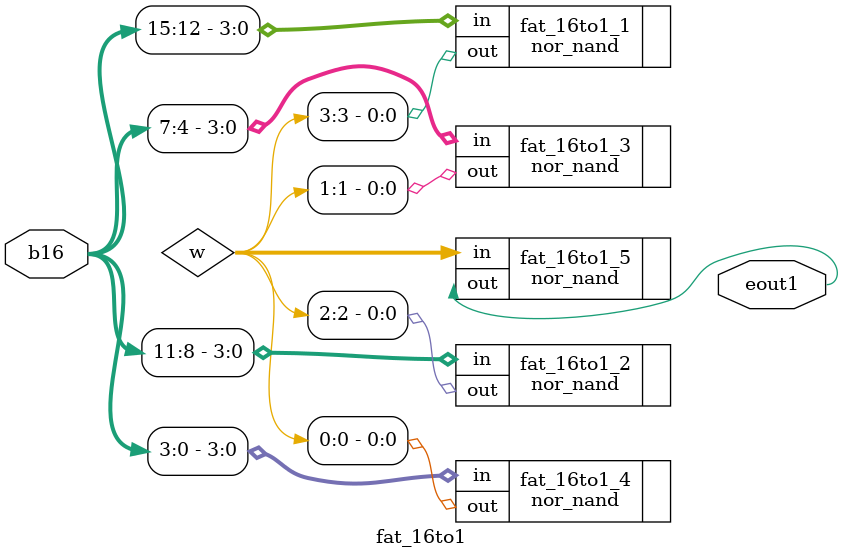
<source format=v>
module fat_16to1 ( b16,eout1);
   input [15:0] b16;
   output 	eout1;
   wire [3:0] 	w;
   
   nor_nand fat_16to1_1(.in(b16[15:12]), .out(w[3]));
   nor_nand fat_16to1_2(.in(b16[11:8]), .out(w[2]));
   nor_nand fat_16to1_3(.in(b16[7:4]), .out(w[1]));
   nor_nand fat_16to1_4(.in(b16[3:0]), .out(w[0]));   
   nor_nand fat_16to1_5(.in(w[3:0]), .out(eout1));
endmodule

</source>
